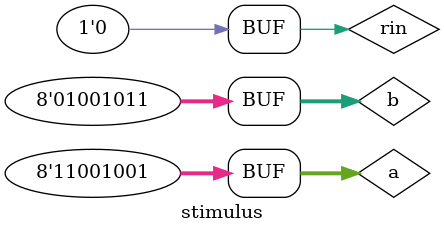
<source format=v>
`timescale 1ns / 1ps
`include "additionneur_8bit.v"

module stimulus;
	// Inputs
	reg [7:0] a;
    reg [7:0] b;
	reg rin;
	// Outputs
	wire [7:0] s;
	wire rout;
	// Instantiate the Unit Under Test (UUT)
	additionneur_8bit uut (
		a,
        b,
		rin,
		s,
		rout
	);
 
	initial begin
	$dumpfile("test.vcd");
    $dumpvars(0,stimulus);
	// Initialize Inputs
    a = 0;
	b = 0;
	rin = 0;
    
    #20 a = 8'b11001001;
	#20 b = 8'b00001100;
	#20 b = 8'b01001011;  
	#40 ;
 
	end  
 
	initial begin
	$monitor("t=%3d a=%d,b=%d,s=%d,rout=%d \n",$time,a,b,s,rout, );
	end
 
endmodule
</source>
